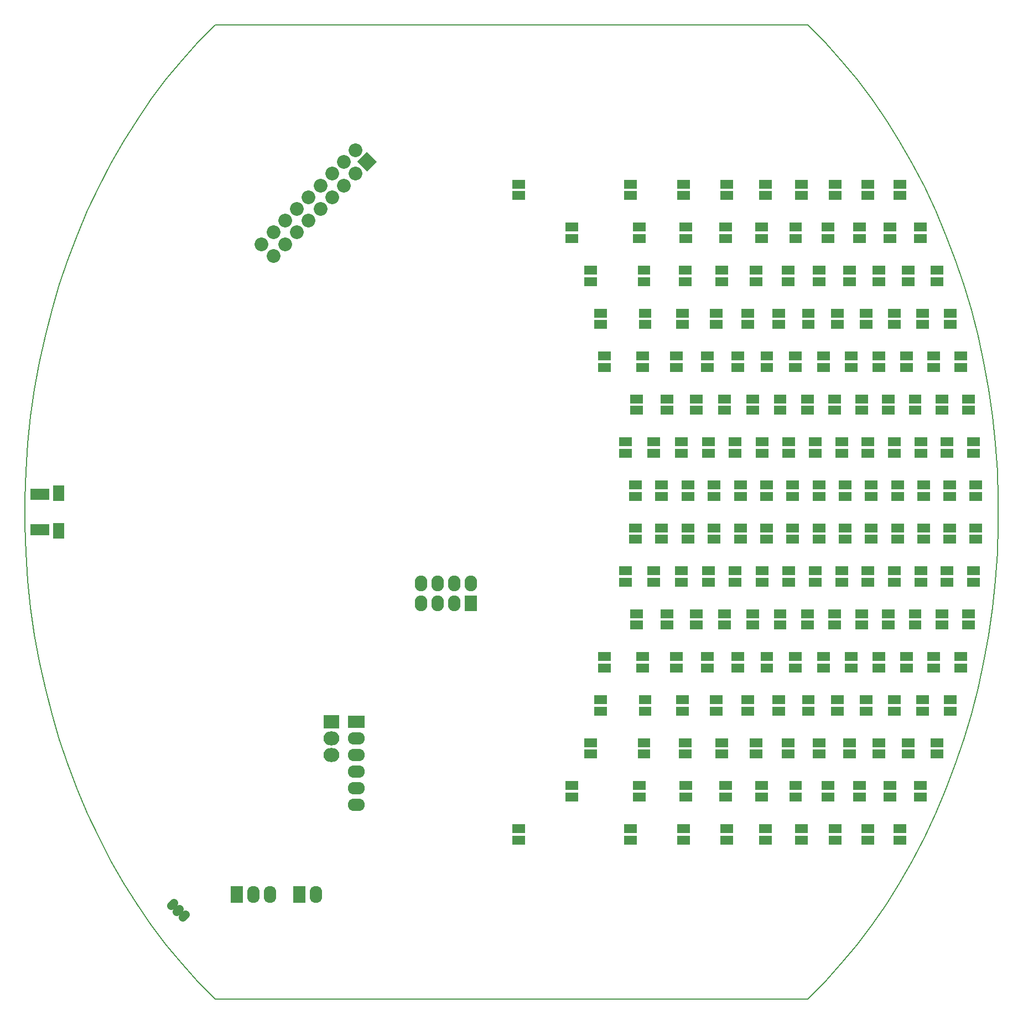
<source format=gts>
G04 #@! TF.FileFunction,Soldermask,Top*
%FSLAX46Y46*%
G04 Gerber Fmt 4.6, Leading zero omitted, Abs format (unit mm)*
G04 Created by KiCad (PCBNEW (2016-03-23 BZR 6647, Git bc699c8)-product) date Sun 10 Apr 2016 18:41:19 CEST*
%MOMM*%
G01*
G04 APERTURE LIST*
%ADD10C,0.100000*%
%ADD11C,0.150000*%
%ADD12R,0.975000X1.450000*%
%ADD13R,1.924000X2.599640*%
%ADD14O,1.924000X2.599640*%
%ADD15R,1.924000X2.398980*%
%ADD16O,1.924000X2.398980*%
%ADD17R,2.599640X1.924000*%
%ADD18O,2.599640X1.924000*%
%ADD19R,1.799540X2.398980*%
%ADD20R,2.851100X1.700480*%
%ADD21C,1.299160*%
%ADD22R,2.432000X2.127200*%
%ADD23O,2.432000X2.127200*%
%ADD24C,2.127200*%
G04 APERTURE END LIST*
D10*
D11*
X197948385Y-78128726D02*
X195352726Y-75500000D01*
X200448266Y-80901017D02*
X197948385Y-78128726D01*
X202847375Y-83811335D02*
X200448266Y-80901017D01*
X205140919Y-86853867D02*
X202847375Y-83811335D01*
X207324318Y-90022535D02*
X205140919Y-86853867D01*
X209393210Y-93311010D02*
X207324318Y-90022535D01*
X211343462Y-96712723D02*
X209393210Y-93311010D01*
X213171179Y-100220879D02*
X211343462Y-96712723D01*
X214872709Y-103828470D02*
X213171179Y-100220879D01*
X216444654Y-107528291D02*
X214872709Y-103828470D01*
X217883874Y-111312950D02*
X216444654Y-107528291D01*
X219187494Y-115174887D02*
X217883874Y-111312950D01*
X220352910Y-119106388D02*
X219187494Y-115174887D01*
X221377794Y-123099601D02*
X220352910Y-119106388D01*
X222260098Y-127146548D02*
X221377794Y-123099601D01*
X222998061Y-131239145D02*
X222260098Y-127146548D01*
X223590208Y-135369218D02*
X222998061Y-131239145D01*
X224035356Y-139528516D02*
X223590208Y-135369218D01*
X224332617Y-143708731D02*
X224035356Y-139528516D01*
X224481396Y-147901513D02*
X224332617Y-143708731D01*
X224481396Y-152098487D02*
X224481396Y-147901513D01*
X224332617Y-156291269D02*
X224481396Y-152098487D01*
X224035356Y-160471484D02*
X224332617Y-156291269D01*
X223590208Y-164630782D02*
X224035356Y-160471484D01*
X222998061Y-168760855D02*
X223590208Y-164630782D01*
X222260098Y-172853452D02*
X222998061Y-168760855D01*
X221377794Y-176900399D02*
X222260098Y-172853452D01*
X220352910Y-180893612D02*
X221377794Y-176900399D01*
X219187494Y-184825113D02*
X220352910Y-180893612D01*
X217883874Y-188687050D02*
X219187494Y-184825113D01*
X216444654Y-192471709D02*
X217883874Y-188687050D01*
X214872709Y-196171530D02*
X216444654Y-192471709D01*
X213171179Y-199779121D02*
X214872709Y-196171530D01*
X211343462Y-203287277D02*
X213171179Y-199779121D01*
X209393210Y-206688990D02*
X211343462Y-203287277D01*
X207324318Y-209977465D02*
X209393210Y-206688990D01*
X205140919Y-213146133D02*
X207324318Y-209977465D01*
X202847375Y-216188665D02*
X205140919Y-213146133D01*
X200448266Y-219098983D02*
X202847375Y-216188665D01*
X197948385Y-221871274D02*
X200448266Y-219098983D01*
X195352726Y-224500000D02*
X197948385Y-221871274D01*
X104647274Y-224500000D02*
X195352726Y-224500000D01*
X102051615Y-221871274D02*
X104647274Y-224500000D01*
X99551734Y-219098983D02*
X102051615Y-221871274D01*
X97152625Y-216188665D02*
X99551734Y-219098983D01*
X94859081Y-213146133D02*
X97152625Y-216188665D01*
X92675682Y-209977465D02*
X94859081Y-213146133D01*
X90606790Y-206688990D02*
X92675682Y-209977465D01*
X88656538Y-203287277D02*
X90606790Y-206688990D01*
X86828821Y-199779121D02*
X88656538Y-203287277D01*
X85127291Y-196171530D02*
X86828821Y-199779121D01*
X83555346Y-192471709D02*
X85127291Y-196171530D01*
X82116126Y-188687050D02*
X83555346Y-192471709D01*
X80812506Y-184825113D02*
X82116126Y-188687050D01*
X79647090Y-180893612D02*
X80812506Y-184825113D01*
X78622206Y-176900399D02*
X79647090Y-180893612D01*
X77739902Y-172853452D02*
X78622206Y-176900399D01*
X77001939Y-168760855D02*
X77739902Y-172853452D01*
X76409792Y-164630782D02*
X77001939Y-168760855D01*
X75964644Y-160471484D02*
X76409792Y-164630782D01*
X75667383Y-156291269D02*
X75964644Y-160471484D01*
X75518604Y-152098487D02*
X75667383Y-156291269D01*
X75518604Y-147901513D02*
X75518604Y-152098487D01*
X75667383Y-143708731D02*
X75518604Y-147901513D01*
X75964644Y-139528516D02*
X75667383Y-143708731D01*
X76409792Y-135369218D02*
X75964644Y-139528516D01*
X77001939Y-131239145D02*
X76409792Y-135369218D01*
X77739902Y-127146548D02*
X77001939Y-131239145D01*
X78622206Y-123099601D02*
X77739902Y-127146548D01*
X79647090Y-119106388D02*
X78622206Y-123099601D01*
X80812506Y-115174887D02*
X79647090Y-119106388D01*
X82116126Y-111312950D02*
X80812506Y-115174887D01*
X83555346Y-107528291D02*
X82116126Y-111312950D01*
X85127291Y-103828470D02*
X83555346Y-107528291D01*
X86828821Y-100220879D02*
X85127291Y-103828470D01*
X88656538Y-96712723D02*
X86828821Y-100220879D01*
X90606790Y-93311010D02*
X88656538Y-96712723D01*
X92675682Y-90022535D02*
X90606790Y-93311010D01*
X94859081Y-86853867D02*
X92675682Y-90022535D01*
X97152625Y-83811335D02*
X94859081Y-86853867D01*
X99551734Y-80901017D02*
X97152625Y-83811335D01*
X102051615Y-78128726D02*
X99551734Y-80901017D01*
X104647274Y-75500000D02*
X102051615Y-78128726D01*
X195352726Y-75500000D02*
X104647274Y-75500000D01*
D12*
X185707990Y-119556767D03*
X186632990Y-119556767D03*
X186632990Y-121306767D03*
X185707990Y-121306767D03*
D13*
X107920000Y-208500000D03*
D14*
X110460000Y-208500000D03*
X113000000Y-208500000D03*
D12*
X150604070Y-99844611D03*
X151529070Y-99844611D03*
X151529070Y-101594611D03*
X150604070Y-101594611D03*
X167704173Y-99844611D03*
X168629173Y-99844611D03*
X168629173Y-101594611D03*
X167704173Y-101594611D03*
X175822828Y-99844611D03*
X176747828Y-99844611D03*
X176747828Y-101594611D03*
X175822828Y-101594611D03*
X182458753Y-99844611D03*
X183383753Y-99844611D03*
X183383753Y-101594611D03*
X182458753Y-101594611D03*
X188379480Y-99844611D03*
X189304480Y-99844611D03*
X189304480Y-101594611D03*
X188379480Y-101594611D03*
X193872473Y-99844611D03*
X194797473Y-99844611D03*
X194797473Y-101594611D03*
X193872473Y-101594611D03*
X199080212Y-99844611D03*
X200005212Y-99844611D03*
X200005212Y-101594611D03*
X199080212Y-101594611D03*
X204084459Y-99844611D03*
X205009459Y-99844611D03*
X205009459Y-101594611D03*
X204084459Y-101594611D03*
X208936668Y-99844611D03*
X209861668Y-99844611D03*
X209861668Y-101594611D03*
X208936668Y-101594611D03*
X158740103Y-106415330D03*
X159665103Y-106415330D03*
X159665103Y-108165330D03*
X158740103Y-108165330D03*
X169071531Y-106415330D03*
X169996531Y-106415330D03*
X169996531Y-108165330D03*
X169071531Y-108165330D03*
X176192121Y-106415330D03*
X177117121Y-106415330D03*
X177117121Y-108165330D03*
X176192121Y-108165330D03*
X182269125Y-106415330D03*
X183194125Y-106415330D03*
X183194125Y-108165330D03*
X182269125Y-108165330D03*
X187803016Y-106415330D03*
X188728016Y-106415330D03*
X188728016Y-108165330D03*
X187803016Y-108165330D03*
X193001740Y-106415330D03*
X193926740Y-106415330D03*
X193926740Y-108165330D03*
X193001740Y-108165330D03*
X197973340Y-106415330D03*
X198898340Y-106415330D03*
X198898340Y-108165330D03*
X197973340Y-108165330D03*
X202781477Y-106415330D03*
X203706477Y-106415330D03*
X203706477Y-108165330D03*
X202781477Y-108165330D03*
X207466867Y-106415330D03*
X208391867Y-106415330D03*
X208391867Y-108165330D03*
X207466867Y-108165330D03*
X212057113Y-106415330D03*
X212982113Y-106415330D03*
X212982113Y-108165330D03*
X212057113Y-108165330D03*
X161615975Y-112986048D03*
X162540975Y-112986048D03*
X162540975Y-114736048D03*
X161615975Y-114736048D03*
X169805209Y-112986048D03*
X170730209Y-112986048D03*
X170730209Y-114736048D03*
X169805209Y-114736048D03*
X176139576Y-112986048D03*
X177064576Y-112986048D03*
X177064576Y-114736048D03*
X176139576Y-114736048D03*
X181733166Y-112986048D03*
X182658166Y-112986048D03*
X182658166Y-114736048D03*
X181733166Y-114736048D03*
X186920001Y-112986048D03*
X187845001Y-112986048D03*
X187845001Y-114736048D03*
X186920001Y-114736048D03*
X191849931Y-112986048D03*
X192774931Y-112986048D03*
X192774931Y-114736048D03*
X191849931Y-114736048D03*
X196603754Y-112986048D03*
X197528754Y-112986048D03*
X197528754Y-114736048D03*
X196603754Y-114736048D03*
X201230079Y-112986048D03*
X202155079Y-112986048D03*
X202155079Y-114736048D03*
X201230079Y-114736048D03*
X205760388Y-112986048D03*
X206685388Y-112986048D03*
X206685388Y-114736048D03*
X205760388Y-114736048D03*
X210216192Y-112986048D03*
X211141192Y-112986048D03*
X211141192Y-114736048D03*
X210216192Y-114736048D03*
X214612796Y-112986048D03*
X215537796Y-112986048D03*
X215537796Y-114736048D03*
X214612796Y-114736048D03*
X163129502Y-119556767D03*
X164054502Y-119556767D03*
X164054502Y-121306767D03*
X163129502Y-121306767D03*
X169973570Y-119556767D03*
X170898570Y-119556767D03*
X170898570Y-121306767D03*
X169973570Y-121306767D03*
X175662649Y-119556767D03*
X176587649Y-119556767D03*
X176587649Y-121306767D03*
X175662649Y-121306767D03*
X180833089Y-119556767D03*
X181758089Y-119556767D03*
X181758089Y-121306767D03*
X180833089Y-121306767D03*
X190393280Y-119556767D03*
X191318280Y-119556767D03*
X191318280Y-121306767D03*
X190393280Y-121306767D03*
X194947689Y-119556767D03*
X195872689Y-119556767D03*
X195872689Y-121306767D03*
X194947689Y-121306767D03*
X199407087Y-119556767D03*
X200332087Y-119556767D03*
X200332087Y-121306767D03*
X199407087Y-121306767D03*
X203794906Y-119556767D03*
X204719906Y-119556767D03*
X204719906Y-121306767D03*
X203794906Y-121306767D03*
X208127231Y-119556767D03*
X209052231Y-119556767D03*
X209052231Y-121306767D03*
X208127231Y-121306767D03*
X212415533Y-119556767D03*
X213340533Y-119556767D03*
X213340533Y-121306767D03*
X212415533Y-121306767D03*
X216668249Y-119556767D03*
X217593249Y-119556767D03*
X217593249Y-121306767D03*
X216668249Y-121306767D03*
X163723648Y-126127485D03*
X164648648Y-126127485D03*
X164648648Y-127877485D03*
X163723648Y-127877485D03*
X169590860Y-126127485D03*
X170515860Y-126127485D03*
X170515860Y-127877485D03*
X169590860Y-127877485D03*
X174737256Y-126127485D03*
X175662256Y-126127485D03*
X175662256Y-127877485D03*
X174737256Y-127877485D03*
X179536136Y-126127485D03*
X180461136Y-126127485D03*
X180461136Y-127877485D03*
X179536136Y-127877485D03*
X184132422Y-126127485D03*
X185057422Y-126127485D03*
X185057422Y-127877485D03*
X184132422Y-127877485D03*
X188597698Y-126127485D03*
X189522698Y-126127485D03*
X189522698Y-127877485D03*
X188597698Y-127877485D03*
X192972388Y-126127485D03*
X193897388Y-126127485D03*
X193897388Y-127877485D03*
X192972388Y-127877485D03*
X197281400Y-126127485D03*
X198206400Y-126127485D03*
X198206400Y-127877485D03*
X197281400Y-127877485D03*
X201541062Y-126127485D03*
X202466062Y-126127485D03*
X202466062Y-127877485D03*
X201541062Y-127877485D03*
X205762591Y-126127485D03*
X206687591Y-126127485D03*
X206687591Y-127877485D03*
X205762591Y-127877485D03*
X209953982Y-126127485D03*
X210878982Y-126127485D03*
X210878982Y-127877485D03*
X209953982Y-127877485D03*
X214121103Y-126127485D03*
X215046103Y-126127485D03*
X215046103Y-127877485D03*
X214121103Y-127877485D03*
X218268368Y-126127485D03*
X219193368Y-126127485D03*
X219193368Y-127877485D03*
X218268368Y-127877485D03*
X168623957Y-132698204D03*
X169548957Y-132698204D03*
X169548957Y-134448204D03*
X168623957Y-134448204D03*
X173311084Y-132698204D03*
X174236084Y-132698204D03*
X174236084Y-134448204D03*
X173311084Y-134448204D03*
X177787699Y-132698204D03*
X178712699Y-132698204D03*
X178712699Y-134448204D03*
X177787699Y-134448204D03*
X182140632Y-132698204D03*
X183065632Y-132698204D03*
X183065632Y-134448204D03*
X182140632Y-134448204D03*
X186413707Y-132698204D03*
X187338707Y-132698204D03*
X187338707Y-134448204D03*
X186413707Y-134448204D03*
X190631844Y-132698204D03*
X191556844Y-132698204D03*
X191556844Y-134448204D03*
X190631844Y-134448204D03*
X194810401Y-132698204D03*
X195735401Y-132698204D03*
X195735401Y-134448204D03*
X194810401Y-134448204D03*
X198959419Y-132698204D03*
X199884419Y-132698204D03*
X199884419Y-134448204D03*
X198959419Y-134448204D03*
X203085763Y-132698204D03*
X204010763Y-132698204D03*
X204010763Y-134448204D03*
X203085763Y-134448204D03*
X207194303Y-132698204D03*
X208119303Y-132698204D03*
X208119303Y-134448204D03*
X207194303Y-134448204D03*
X211288592Y-132698204D03*
X212213592Y-132698204D03*
X212213592Y-134448204D03*
X211288592Y-134448204D03*
X215371290Y-132698204D03*
X216296290Y-132698204D03*
X216296290Y-134448204D03*
X215371290Y-134448204D03*
X219444426Y-132698204D03*
X220369426Y-132698204D03*
X220369426Y-134448204D03*
X219444426Y-134448204D03*
X166975957Y-139268922D03*
X167900957Y-139268922D03*
X167900957Y-141018922D03*
X166975957Y-141018922D03*
X171285838Y-139268922D03*
X172210838Y-139268922D03*
X172210838Y-141018922D03*
X171285838Y-141018922D03*
X175496712Y-139268922D03*
X176421712Y-139268922D03*
X176421712Y-141018922D03*
X175496712Y-141018922D03*
X179650141Y-139268922D03*
X180575141Y-139268922D03*
X180575141Y-141018922D03*
X179650141Y-141018922D03*
X183767043Y-139268922D03*
X184692043Y-139268922D03*
X184692043Y-141018922D03*
X183767043Y-141018922D03*
X187859191Y-139268922D03*
X188784191Y-139268922D03*
X188784191Y-141018922D03*
X187859191Y-141018922D03*
X191933756Y-139268922D03*
X192858756Y-139268922D03*
X192858756Y-141018922D03*
X191933756Y-141018922D03*
X195995362Y-139268922D03*
X196920362Y-139268922D03*
X196920362Y-141018922D03*
X195995362Y-141018922D03*
X200047137Y-139268922D03*
X200972137Y-139268922D03*
X200972137Y-141018922D03*
X200047137Y-141018922D03*
X204091270Y-139268922D03*
X205016270Y-139268922D03*
X205016270Y-141018922D03*
X204091270Y-141018922D03*
X208129345Y-139268922D03*
X209054345Y-139268922D03*
X209054345Y-141018922D03*
X208129345Y-141018922D03*
X212162533Y-139268922D03*
X213087533Y-139268922D03*
X213087533Y-141018922D03*
X212162533Y-141018922D03*
X216191721Y-139268922D03*
X217116721Y-139268922D03*
X217116721Y-141018922D03*
X216191721Y-141018922D03*
X220217594Y-139268922D03*
X221142594Y-139268922D03*
X221142594Y-141018922D03*
X220217594Y-141018922D03*
X168470235Y-145839641D03*
X169395235Y-145839641D03*
X169395235Y-147589641D03*
X168470235Y-147589641D03*
X172501361Y-145839641D03*
X173426361Y-145839641D03*
X173426361Y-147589641D03*
X172501361Y-147589641D03*
X176523225Y-145839641D03*
X177448225Y-145839641D03*
X177448225Y-147589641D03*
X176523225Y-147589641D03*
X180539432Y-145839641D03*
X181464432Y-145839641D03*
X181464432Y-147589641D03*
X180539432Y-147589641D03*
X184551929Y-145839641D03*
X185476929Y-145839641D03*
X185476929Y-147589641D03*
X184551929Y-147589641D03*
X188561861Y-145839641D03*
X189486861Y-145839641D03*
X189486861Y-147589641D03*
X188561861Y-147589641D03*
X192569943Y-145839641D03*
X193494943Y-145839641D03*
X193494943Y-147589641D03*
X192569943Y-147589641D03*
X196576650Y-145839641D03*
X197501650Y-145839641D03*
X197501650Y-147589641D03*
X196576650Y-147589641D03*
X200582305Y-145839641D03*
X201507305Y-145839641D03*
X201507305Y-147589641D03*
X200582305Y-147589641D03*
X204587137Y-145839641D03*
X205512137Y-145839641D03*
X205512137Y-147589641D03*
X204587137Y-147589641D03*
X208591314Y-145839641D03*
X209516314Y-145839641D03*
X209516314Y-147589641D03*
X208591314Y-147589641D03*
X212594961Y-145839641D03*
X213519961Y-145839641D03*
X213519961Y-147589641D03*
X212594961Y-147589641D03*
X216598173Y-145839641D03*
X217523173Y-145839641D03*
X217523173Y-147589641D03*
X216598173Y-147589641D03*
X220601023Y-145839641D03*
X221526023Y-145839641D03*
X221526023Y-147589641D03*
X220601023Y-147589641D03*
X168470235Y-152410359D03*
X169395235Y-152410359D03*
X169395235Y-154160359D03*
X168470235Y-154160359D03*
X172501361Y-152410359D03*
X173426361Y-152410359D03*
X173426361Y-154160359D03*
X172501361Y-154160359D03*
X176523225Y-152410359D03*
X177448225Y-152410359D03*
X177448225Y-154160359D03*
X176523225Y-154160359D03*
X180539432Y-152410359D03*
X181464432Y-152410359D03*
X181464432Y-154160359D03*
X180539432Y-154160359D03*
X184551929Y-152410359D03*
X185476929Y-152410359D03*
X185476929Y-154160359D03*
X184551929Y-154160359D03*
X188561861Y-152410359D03*
X189486861Y-152410359D03*
X189486861Y-154160359D03*
X188561861Y-154160359D03*
X192569943Y-152410359D03*
X193494943Y-152410359D03*
X193494943Y-154160359D03*
X192569943Y-154160359D03*
X196576650Y-152410359D03*
X197501650Y-152410359D03*
X197501650Y-154160359D03*
X196576650Y-154160359D03*
X200582305Y-152410359D03*
X201507305Y-152410359D03*
X201507305Y-154160359D03*
X200582305Y-154160359D03*
X204587137Y-152410359D03*
X205512137Y-152410359D03*
X205512137Y-154160359D03*
X204587137Y-154160359D03*
X208591314Y-152410359D03*
X209516314Y-152410359D03*
X209516314Y-154160359D03*
X208591314Y-154160359D03*
X212594961Y-152410359D03*
X213519961Y-152410359D03*
X213519961Y-154160359D03*
X212594961Y-154160359D03*
X216598173Y-152410359D03*
X217523173Y-152410359D03*
X217523173Y-154160359D03*
X216598173Y-154160359D03*
X220601023Y-152410359D03*
X221526023Y-152410359D03*
X221526023Y-154160359D03*
X220601023Y-154160359D03*
X166975957Y-158981078D03*
X167900957Y-158981078D03*
X167900957Y-160731078D03*
X166975957Y-160731078D03*
X171285838Y-158981078D03*
X172210838Y-158981078D03*
X172210838Y-160731078D03*
X171285838Y-160731078D03*
X175496712Y-158981078D03*
X176421712Y-158981078D03*
X176421712Y-160731078D03*
X175496712Y-160731078D03*
X179650141Y-158981078D03*
X180575141Y-158981078D03*
X180575141Y-160731078D03*
X179650141Y-160731078D03*
X183767043Y-158981078D03*
X184692043Y-158981078D03*
X184692043Y-160731078D03*
X183767043Y-160731078D03*
X187859191Y-158981078D03*
X188784191Y-158981078D03*
X188784191Y-160731078D03*
X187859191Y-160731078D03*
X191933756Y-158981078D03*
X192858756Y-158981078D03*
X192858756Y-160731078D03*
X191933756Y-160731078D03*
X195995362Y-158981078D03*
X196920362Y-158981078D03*
X196920362Y-160731078D03*
X195995362Y-160731078D03*
X200047137Y-158981078D03*
X200972137Y-158981078D03*
X200972137Y-160731078D03*
X200047137Y-160731078D03*
X204091270Y-158981078D03*
X205016270Y-158981078D03*
X205016270Y-160731078D03*
X204091270Y-160731078D03*
X208129345Y-158981078D03*
X209054345Y-158981078D03*
X209054345Y-160731078D03*
X208129345Y-160731078D03*
X212162533Y-158981078D03*
X213087533Y-158981078D03*
X213087533Y-160731078D03*
X212162533Y-160731078D03*
X216191721Y-158981078D03*
X217116721Y-158981078D03*
X217116721Y-160731078D03*
X216191721Y-160731078D03*
X220217594Y-158981078D03*
X221142594Y-158981078D03*
X221142594Y-160731078D03*
X220217594Y-160731078D03*
X168623957Y-165551796D03*
X169548957Y-165551796D03*
X169548957Y-167301796D03*
X168623957Y-167301796D03*
X173311084Y-165551796D03*
X174236084Y-165551796D03*
X174236084Y-167301796D03*
X173311084Y-167301796D03*
X177787699Y-165551796D03*
X178712699Y-165551796D03*
X178712699Y-167301796D03*
X177787699Y-167301796D03*
X182140632Y-165551796D03*
X183065632Y-165551796D03*
X183065632Y-167301796D03*
X182140632Y-167301796D03*
X186413707Y-165551796D03*
X187338707Y-165551796D03*
X187338707Y-167301796D03*
X186413707Y-167301796D03*
X190631844Y-165551796D03*
X191556844Y-165551796D03*
X191556844Y-167301796D03*
X190631844Y-167301796D03*
X194810401Y-165551796D03*
X195735401Y-165551796D03*
X195735401Y-167301796D03*
X194810401Y-167301796D03*
X198959419Y-165551796D03*
X199884419Y-165551796D03*
X199884419Y-167301796D03*
X198959419Y-167301796D03*
X203085763Y-165551796D03*
X204010763Y-165551796D03*
X204010763Y-167301796D03*
X203085763Y-167301796D03*
X207194303Y-165551796D03*
X208119303Y-165551796D03*
X208119303Y-167301796D03*
X207194303Y-167301796D03*
X211288592Y-165551796D03*
X212213592Y-165551796D03*
X212213592Y-167301796D03*
X211288592Y-167301796D03*
X215371290Y-165551796D03*
X216296290Y-165551796D03*
X216296290Y-167301796D03*
X215371290Y-167301796D03*
X219444426Y-165551796D03*
X220369426Y-165551796D03*
X220369426Y-167301796D03*
X219444426Y-167301796D03*
X163723648Y-172122515D03*
X164648648Y-172122515D03*
X164648648Y-173872515D03*
X163723648Y-173872515D03*
X169590860Y-172122515D03*
X170515860Y-172122515D03*
X170515860Y-173872515D03*
X169590860Y-173872515D03*
X174737256Y-172122515D03*
X175662256Y-172122515D03*
X175662256Y-173872515D03*
X174737256Y-173872515D03*
X179536136Y-172122515D03*
X180461136Y-172122515D03*
X180461136Y-173872515D03*
X179536136Y-173872515D03*
X184132422Y-172122515D03*
X185057422Y-172122515D03*
X185057422Y-173872515D03*
X184132422Y-173872515D03*
X188597698Y-172122515D03*
X189522698Y-172122515D03*
X189522698Y-173872515D03*
X188597698Y-173872515D03*
X192972388Y-172122515D03*
X193897388Y-172122515D03*
X193897388Y-173872515D03*
X192972388Y-173872515D03*
X197281400Y-172122515D03*
X198206400Y-172122515D03*
X198206400Y-173872515D03*
X197281400Y-173872515D03*
X201541062Y-172122515D03*
X202466062Y-172122515D03*
X202466062Y-173872515D03*
X201541062Y-173872515D03*
X205762591Y-172122515D03*
X206687591Y-172122515D03*
X206687591Y-173872515D03*
X205762591Y-173872515D03*
X209953982Y-172122515D03*
X210878982Y-172122515D03*
X210878982Y-173872515D03*
X209953982Y-173872515D03*
X214121103Y-172122515D03*
X215046103Y-172122515D03*
X215046103Y-173872515D03*
X214121103Y-173872515D03*
X218268368Y-172122515D03*
X219193368Y-172122515D03*
X219193368Y-173872515D03*
X218268368Y-173872515D03*
X163129502Y-178693233D03*
X164054502Y-178693233D03*
X164054502Y-180443233D03*
X163129502Y-180443233D03*
X169973570Y-178693233D03*
X170898570Y-178693233D03*
X170898570Y-180443233D03*
X169973570Y-180443233D03*
X175662649Y-178693233D03*
X176587649Y-178693233D03*
X176587649Y-180443233D03*
X175662649Y-180443233D03*
X180833089Y-178693233D03*
X181758089Y-178693233D03*
X181758089Y-180443233D03*
X180833089Y-180443233D03*
X185707990Y-178693233D03*
X186632990Y-178693233D03*
X186632990Y-180443233D03*
X185707990Y-180443233D03*
X190393280Y-178693233D03*
X191318280Y-178693233D03*
X191318280Y-180443233D03*
X190393280Y-180443233D03*
X194947689Y-178693233D03*
X195872689Y-178693233D03*
X195872689Y-180443233D03*
X194947689Y-180443233D03*
X199407087Y-178693233D03*
X200332087Y-178693233D03*
X200332087Y-180443233D03*
X199407087Y-180443233D03*
X203794906Y-178693233D03*
X204719906Y-178693233D03*
X204719906Y-180443233D03*
X203794906Y-180443233D03*
X208127231Y-178693233D03*
X209052231Y-178693233D03*
X209052231Y-180443233D03*
X208127231Y-180443233D03*
X212415533Y-178693233D03*
X213340533Y-178693233D03*
X213340533Y-180443233D03*
X212415533Y-180443233D03*
X216668249Y-178693233D03*
X217593249Y-178693233D03*
X217593249Y-180443233D03*
X216668249Y-180443233D03*
X161615975Y-185263952D03*
X162540975Y-185263952D03*
X162540975Y-187013952D03*
X161615975Y-187013952D03*
X169805209Y-185263952D03*
X170730209Y-185263952D03*
X170730209Y-187013952D03*
X169805209Y-187013952D03*
X176139576Y-185263952D03*
X177064576Y-185263952D03*
X177064576Y-187013952D03*
X176139576Y-187013952D03*
X181733166Y-185263952D03*
X182658166Y-185263952D03*
X182658166Y-187013952D03*
X181733166Y-187013952D03*
X186920001Y-185263952D03*
X187845001Y-185263952D03*
X187845001Y-187013952D03*
X186920001Y-187013952D03*
X191849931Y-185263952D03*
X192774931Y-185263952D03*
X192774931Y-187013952D03*
X191849931Y-187013952D03*
X196603754Y-185263952D03*
X197528754Y-185263952D03*
X197528754Y-187013952D03*
X196603754Y-187013952D03*
X201230079Y-185263952D03*
X202155079Y-185263952D03*
X202155079Y-187013952D03*
X201230079Y-187013952D03*
X205760388Y-185263952D03*
X206685388Y-185263952D03*
X206685388Y-187013952D03*
X205760388Y-187013952D03*
X210216192Y-185263952D03*
X211141192Y-185263952D03*
X211141192Y-187013952D03*
X210216192Y-187013952D03*
X214612796Y-185263952D03*
X215537796Y-185263952D03*
X215537796Y-187013952D03*
X214612796Y-187013952D03*
X158740103Y-191834670D03*
X159665103Y-191834670D03*
X159665103Y-193584670D03*
X158740103Y-193584670D03*
X169071531Y-191834670D03*
X169996531Y-191834670D03*
X169996531Y-193584670D03*
X169071531Y-193584670D03*
X176192121Y-191834670D03*
X177117121Y-191834670D03*
X177117121Y-193584670D03*
X176192121Y-193584670D03*
X182269125Y-191834670D03*
X183194125Y-191834670D03*
X183194125Y-193584670D03*
X182269125Y-193584670D03*
X187803016Y-191834670D03*
X188728016Y-191834670D03*
X188728016Y-193584670D03*
X187803016Y-193584670D03*
X193001740Y-191834670D03*
X193926740Y-191834670D03*
X193926740Y-193584670D03*
X193001740Y-193584670D03*
X197973340Y-191834670D03*
X198898340Y-191834670D03*
X198898340Y-193584670D03*
X197973340Y-193584670D03*
X202781477Y-191834670D03*
X203706477Y-191834670D03*
X203706477Y-193584670D03*
X202781477Y-193584670D03*
X207466867Y-191834670D03*
X208391867Y-191834670D03*
X208391867Y-193584670D03*
X207466867Y-193584670D03*
X212057113Y-191834670D03*
X212982113Y-191834670D03*
X212982113Y-193584670D03*
X212057113Y-193584670D03*
X150604070Y-198405389D03*
X151529070Y-198405389D03*
X151529070Y-200155389D03*
X150604070Y-200155389D03*
X167704173Y-198405389D03*
X168629173Y-198405389D03*
X168629173Y-200155389D03*
X167704173Y-200155389D03*
X175822828Y-198405389D03*
X176747828Y-198405389D03*
X176747828Y-200155389D03*
X175822828Y-200155389D03*
X182458753Y-198405389D03*
X183383753Y-198405389D03*
X183383753Y-200155389D03*
X182458753Y-200155389D03*
X188379480Y-198405389D03*
X189304480Y-198405389D03*
X189304480Y-200155389D03*
X188379480Y-200155389D03*
X193872473Y-198405389D03*
X194797473Y-198405389D03*
X194797473Y-200155389D03*
X193872473Y-200155389D03*
X199080212Y-198405389D03*
X200005212Y-198405389D03*
X200005212Y-200155389D03*
X199080212Y-200155389D03*
X204084459Y-198405389D03*
X205009459Y-198405389D03*
X205009459Y-200155389D03*
X204084459Y-200155389D03*
X208936668Y-198405389D03*
X209861668Y-198405389D03*
X209861668Y-200155389D03*
X208936668Y-200155389D03*
D15*
X143750000Y-163948920D03*
D16*
X143750000Y-160911080D03*
X141210000Y-163948920D03*
X141210000Y-160911080D03*
X138670000Y-163948920D03*
X138670000Y-160911080D03*
X136130000Y-163948920D03*
X136130000Y-160911080D03*
D17*
X126238000Y-182118000D03*
D18*
X126238000Y-184658000D03*
X126238000Y-187198000D03*
X126238000Y-189738000D03*
X126238000Y-192278000D03*
X126238000Y-194818000D03*
D13*
X117480000Y-208500000D03*
D14*
X120020000Y-208500000D03*
D19*
X80705740Y-152900680D03*
X80705740Y-147099320D03*
D20*
X77825380Y-152725420D03*
X77825380Y-147274580D03*
D21*
X99164806Y-210659142D02*
X98739142Y-211084806D01*
X98266781Y-209761117D02*
X97841117Y-210186781D01*
X100062832Y-211557168D02*
X99637168Y-211982832D01*
D22*
X122428000Y-182118000D03*
D23*
X122428000Y-184658000D03*
X122428000Y-187198000D03*
D10*
G36*
X129384414Y-96411846D02*
X127880256Y-97916004D01*
X126376098Y-96411846D01*
X127880256Y-94907688D01*
X129384414Y-96411846D01*
X129384414Y-96411846D01*
G37*
D24*
X126084205Y-94615795D02*
X126084205Y-94615795D01*
X126084205Y-98207897D02*
X126084205Y-98207897D01*
X124288154Y-96411846D02*
X124288154Y-96411846D01*
X124288154Y-100003948D02*
X124288154Y-100003948D01*
X122492102Y-98207897D02*
X122492102Y-98207897D01*
X122492102Y-101800000D02*
X122492102Y-101800000D01*
X120696051Y-100003948D02*
X120696051Y-100003948D01*
X120696051Y-103596051D02*
X120696051Y-103596051D01*
X118900000Y-101800000D02*
X118900000Y-101800000D01*
X118900000Y-105392102D02*
X118900000Y-105392102D01*
X117103949Y-103596051D02*
X117103949Y-103596051D01*
X117103949Y-107188153D02*
X117103949Y-107188153D01*
X115307897Y-105392102D02*
X115307897Y-105392102D01*
X115307897Y-108984205D02*
X115307897Y-108984205D01*
X113511846Y-107188153D02*
X113511846Y-107188153D01*
X113511846Y-110780256D02*
X113511846Y-110780256D01*
X111715795Y-108984205D02*
X111715795Y-108984205D01*
M02*

</source>
